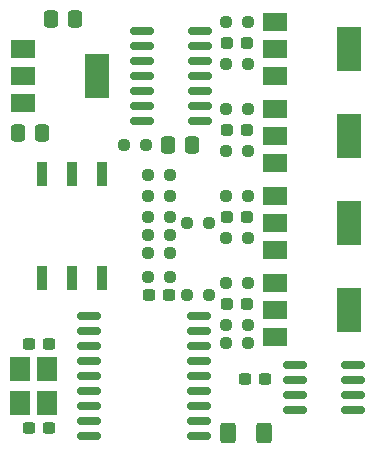
<source format=gtp>
%TF.GenerationSoftware,KiCad,Pcbnew,(6.0.1)*%
%TF.CreationDate,2023-02-26T19:23:05-08:00*%
%TF.ProjectId,CAN-Digital-Output-12V,43414e2d-4469-4676-9974-616c2d4f7574,rev?*%
%TF.SameCoordinates,Original*%
%TF.FileFunction,Paste,Top*%
%TF.FilePolarity,Positive*%
%FSLAX46Y46*%
G04 Gerber Fmt 4.6, Leading zero omitted, Abs format (unit mm)*
G04 Created by KiCad (PCBNEW (6.0.1)) date 2023-02-26 19:23:05*
%MOMM*%
%LPD*%
G01*
G04 APERTURE LIST*
G04 Aperture macros list*
%AMRoundRect*
0 Rectangle with rounded corners*
0 $1 Rounding radius*
0 $2 $3 $4 $5 $6 $7 $8 $9 X,Y pos of 4 corners*
0 Add a 4 corners polygon primitive as box body*
4,1,4,$2,$3,$4,$5,$6,$7,$8,$9,$2,$3,0*
0 Add four circle primitives for the rounded corners*
1,1,$1+$1,$2,$3*
1,1,$1+$1,$4,$5*
1,1,$1+$1,$6,$7*
1,1,$1+$1,$8,$9*
0 Add four rect primitives between the rounded corners*
20,1,$1+$1,$2,$3,$4,$5,0*
20,1,$1+$1,$4,$5,$6,$7,0*
20,1,$1+$1,$6,$7,$8,$9,0*
20,1,$1+$1,$8,$9,$2,$3,0*%
G04 Aperture macros list end*
%ADD10R,2.000000X1.500000*%
%ADD11R,2.000000X3.800000*%
%ADD12RoundRect,0.237500X-0.250000X-0.237500X0.250000X-0.237500X0.250000X0.237500X-0.250000X0.237500X0*%
%ADD13R,0.900000X2.000000*%
%ADD14R,1.800000X2.100000*%
%ADD15RoundRect,0.250000X0.337500X0.475000X-0.337500X0.475000X-0.337500X-0.475000X0.337500X-0.475000X0*%
%ADD16RoundRect,0.237500X0.250000X0.237500X-0.250000X0.237500X-0.250000X-0.237500X0.250000X-0.237500X0*%
%ADD17RoundRect,0.237500X0.287500X0.237500X-0.287500X0.237500X-0.287500X-0.237500X0.287500X-0.237500X0*%
%ADD18RoundRect,0.150000X-0.875000X-0.150000X0.875000X-0.150000X0.875000X0.150000X-0.875000X0.150000X0*%
%ADD19RoundRect,0.150000X0.825000X0.150000X-0.825000X0.150000X-0.825000X-0.150000X0.825000X-0.150000X0*%
%ADD20RoundRect,0.237500X0.300000X0.237500X-0.300000X0.237500X-0.300000X-0.237500X0.300000X-0.237500X0*%
%ADD21RoundRect,0.237500X-0.300000X-0.237500X0.300000X-0.237500X0.300000X0.237500X-0.300000X0.237500X0*%
%ADD22RoundRect,0.250000X-0.337500X-0.475000X0.337500X-0.475000X0.337500X0.475000X-0.337500X0.475000X0*%
%ADD23RoundRect,0.150000X-0.825000X-0.150000X0.825000X-0.150000X0.825000X0.150000X-0.825000X0.150000X0*%
%ADD24RoundRect,0.250000X-0.400000X-0.625000X0.400000X-0.625000X0.400000X0.625000X-0.400000X0.625000X0*%
G04 APERTURE END LIST*
D10*
%TO.C,U1*%
X144678000Y-86854000D03*
X144678000Y-89154000D03*
D11*
X150978000Y-89154000D03*
D10*
X144678000Y-91454000D03*
%TD*%
D12*
%TO.C,R9*%
X161901500Y-99314000D03*
X163726500Y-99314000D03*
%TD*%
D13*
%TO.C,S1*%
X148844000Y-97454000D03*
X146304000Y-97454000D03*
X146304000Y-106254000D03*
X148844000Y-106254000D03*
X151384000Y-106254000D03*
X151384000Y-97454000D03*
%TD*%
D14*
%TO.C,Y1*%
X146692000Y-116869022D03*
X146692000Y-113969022D03*
X144392000Y-113969022D03*
X144392000Y-116869022D03*
%TD*%
D15*
%TO.C,C7*%
X159025500Y-94996000D03*
X156950500Y-94996000D03*
%TD*%
D12*
%TO.C,R6*%
X161901500Y-84582000D03*
X163726500Y-84582000D03*
%TD*%
D16*
%TO.C,R18*%
X157122500Y-102616000D03*
X155297500Y-102616000D03*
%TD*%
D10*
%TO.C,U6*%
X166014000Y-91934000D03*
X166014000Y-94234000D03*
X166014000Y-96534000D03*
D11*
X172314000Y-94234000D03*
%TD*%
D17*
%TO.C,D3*%
X163689000Y-101092000D03*
X161939000Y-101092000D03*
%TD*%
D12*
%TO.C,R11*%
X161901500Y-88138000D03*
X163726500Y-88138000D03*
%TD*%
D17*
%TO.C,D1*%
X163689000Y-86360000D03*
X161939000Y-86360000D03*
%TD*%
D10*
%TO.C,U4*%
X166014000Y-84568000D03*
X166014000Y-86868000D03*
X166014000Y-89168000D03*
D11*
X172314000Y-86868000D03*
%TD*%
D12*
%TO.C,R7*%
X153265500Y-94996000D03*
X155090500Y-94996000D03*
%TD*%
%TO.C,R8*%
X161901500Y-91948000D03*
X163726500Y-91948000D03*
%TD*%
%TO.C,R2*%
X155297500Y-106172000D03*
X157122500Y-106172000D03*
%TD*%
D18*
%TO.C,U5*%
X150290000Y-109474000D03*
X150290000Y-110744000D03*
X150290000Y-112014000D03*
X150290000Y-113284000D03*
X150290000Y-114554000D03*
X150290000Y-115824000D03*
X150290000Y-117094000D03*
X150290000Y-118364000D03*
X150290000Y-119634000D03*
X159590000Y-119634000D03*
X159590000Y-118364000D03*
X159590000Y-117094000D03*
X159590000Y-115824000D03*
X159590000Y-114554000D03*
X159590000Y-113284000D03*
X159590000Y-112014000D03*
X159590000Y-110744000D03*
X159590000Y-109474000D03*
%TD*%
D12*
%TO.C,R14*%
X161901500Y-110236000D03*
X163726500Y-110236000D03*
%TD*%
D19*
%TO.C,U3*%
X159701000Y-92964000D03*
X159701000Y-91694000D03*
X159701000Y-90424000D03*
X159701000Y-89154000D03*
X159701000Y-87884000D03*
X159701000Y-86614000D03*
X159701000Y-85344000D03*
X154751000Y-85344000D03*
X154751000Y-86614000D03*
X154751000Y-87884000D03*
X154751000Y-89154000D03*
X154751000Y-90424000D03*
X154751000Y-91694000D03*
X154751000Y-92964000D03*
%TD*%
D12*
%TO.C,R1*%
X155297500Y-104140000D03*
X157122500Y-104140000D03*
%TD*%
D20*
%TO.C,C4*%
X146912500Y-118975022D03*
X145187500Y-118975022D03*
%TD*%
D10*
%TO.C,U8*%
X166014000Y-106666000D03*
X166014000Y-108966000D03*
X166014000Y-111266000D03*
D11*
X172314000Y-108966000D03*
%TD*%
D12*
%TO.C,R3*%
X161901500Y-111760000D03*
X163726500Y-111760000D03*
%TD*%
D20*
%TO.C,C6*%
X157072500Y-107696000D03*
X155347500Y-107696000D03*
%TD*%
D17*
%TO.C,D4*%
X163689000Y-108458000D03*
X161939000Y-108458000D03*
%TD*%
D16*
%TO.C,R4*%
X160424500Y-107696000D03*
X158599500Y-107696000D03*
%TD*%
%TO.C,R19*%
X160424500Y-101600000D03*
X158599500Y-101600000D03*
%TD*%
D21*
%TO.C,C5*%
X145187500Y-111863022D03*
X146912500Y-111863022D03*
%TD*%
D15*
%TO.C,C2*%
X149119500Y-84328000D03*
X147044500Y-84328000D03*
%TD*%
D12*
%TO.C,R10*%
X161901500Y-106680000D03*
X163726500Y-106680000D03*
%TD*%
D22*
%TO.C,C1*%
X144250500Y-93980000D03*
X146325500Y-93980000D03*
%TD*%
D23*
%TO.C,U2*%
X167705000Y-113665000D03*
X167705000Y-114935000D03*
X167705000Y-116205000D03*
X167705000Y-117475000D03*
X172655000Y-117475000D03*
X172655000Y-116205000D03*
X172655000Y-114935000D03*
X172655000Y-113665000D03*
%TD*%
D17*
%TO.C,D2*%
X163689000Y-93726000D03*
X161939000Y-93726000D03*
%TD*%
D12*
%TO.C,R12*%
X161901500Y-95504000D03*
X163726500Y-95504000D03*
%TD*%
D16*
%TO.C,R15*%
X157122500Y-97536000D03*
X155297500Y-97536000D03*
%TD*%
%TO.C,R16*%
X157122500Y-99314000D03*
X155297500Y-99314000D03*
%TD*%
D24*
%TO.C,R5*%
X162026000Y-119380000D03*
X165126000Y-119380000D03*
%TD*%
D10*
%TO.C,U7*%
X166014000Y-99300000D03*
X166014000Y-101600000D03*
X166014000Y-103900000D03*
D11*
X172314000Y-101600000D03*
%TD*%
D16*
%TO.C,R17*%
X157122500Y-101092000D03*
X155297500Y-101092000D03*
%TD*%
D21*
%TO.C,C3*%
X163475500Y-114808000D03*
X165200500Y-114808000D03*
%TD*%
D12*
%TO.C,R13*%
X161901500Y-102870000D03*
X163726500Y-102870000D03*
%TD*%
M02*

</source>
